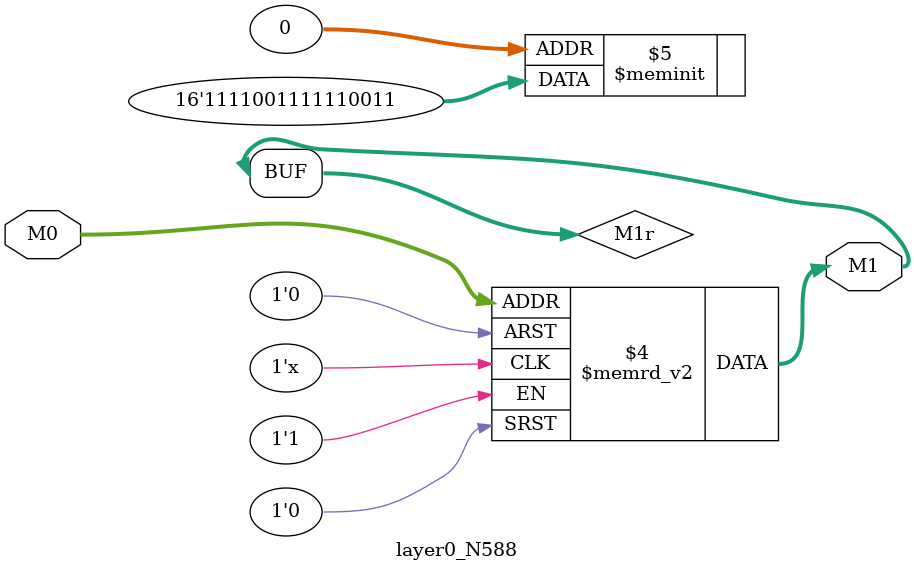
<source format=v>
module layer0_N588 ( input [2:0] M0, output [1:0] M1 );

	(*rom_style = "distributed" *) reg [1:0] M1r;
	assign M1 = M1r;
	always @ (M0) begin
		case (M0)
			3'b000: M1r = 2'b11;
			3'b100: M1r = 2'b11;
			3'b010: M1r = 2'b11;
			3'b110: M1r = 2'b11;
			3'b001: M1r = 2'b00;
			3'b101: M1r = 2'b00;
			3'b011: M1r = 2'b11;
			3'b111: M1r = 2'b11;

		endcase
	end
endmodule

</source>
